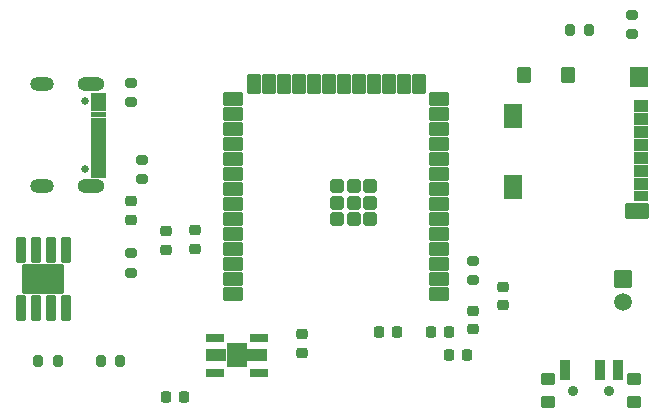
<source format=gbr>
%TF.GenerationSoftware,KiCad,Pcbnew,9.0.6*%
%TF.CreationDate,2025-12-13T17:25:46+11:00*%
%TF.ProjectId,esp32,65737033-322e-46b6-9963-61645f706362,rev?*%
%TF.SameCoordinates,Original*%
%TF.FileFunction,Soldermask,Top*%
%TF.FilePolarity,Negative*%
%FSLAX46Y46*%
G04 Gerber Fmt 4.6, Leading zero omitted, Abs format (unit mm)*
G04 Created by KiCad (PCBNEW 9.0.6) date 2025-12-13 17:25:46*
%MOMM*%
%LPD*%
G01*
G04 APERTURE LIST*
G04 Aperture macros list*
%AMRoundRect*
0 Rectangle with rounded corners*
0 $1 Rounding radius*
0 $2 $3 $4 $5 $6 $7 $8 $9 X,Y pos of 4 corners*
0 Add a 4 corners polygon primitive as box body*
4,1,4,$2,$3,$4,$5,$6,$7,$8,$9,$2,$3,0*
0 Add four circle primitives for the rounded corners*
1,1,$1+$1,$2,$3*
1,1,$1+$1,$4,$5*
1,1,$1+$1,$6,$7*
1,1,$1+$1,$8,$9*
0 Add four rect primitives between the rounded corners*
20,1,$1+$1,$2,$3,$4,$5,0*
20,1,$1+$1,$4,$5,$6,$7,0*
20,1,$1+$1,$6,$7,$8,$9,0*
20,1,$1+$1,$8,$9,$2,$3,0*%
G04 Aperture macros list end*
%ADD10C,0.010000*%
%ADD11RoundRect,0.102000X-0.654000X0.654000X-0.654000X-0.654000X0.654000X-0.654000X0.654000X0.654000X0*%
%ADD12C,1.512000*%
%ADD13RoundRect,0.200000X-0.200000X-0.275000X0.200000X-0.275000X0.200000X0.275000X-0.200000X0.275000X0*%
%ADD14RoundRect,0.200000X-0.275000X0.200000X-0.275000X-0.200000X0.275000X-0.200000X0.275000X0.200000X0*%
%ADD15RoundRect,0.200000X0.275000X-0.200000X0.275000X0.200000X-0.275000X0.200000X-0.275000X-0.200000X0*%
%ADD16RoundRect,0.225000X-0.225000X-0.250000X0.225000X-0.250000X0.225000X0.250000X-0.225000X0.250000X0*%
%ADD17RoundRect,0.100500X0.301500X-0.986500X0.301500X0.986500X-0.301500X0.986500X-0.301500X-0.986500X0*%
%ADD18RoundRect,0.102000X1.651000X-1.206500X1.651000X1.206500X-1.651000X1.206500X-1.651000X-1.206500X0*%
%ADD19RoundRect,0.200000X0.200000X0.275000X-0.200000X0.275000X-0.200000X-0.275000X0.200000X-0.275000X0*%
%ADD20RoundRect,0.218750X0.256250X-0.218750X0.256250X0.218750X-0.256250X0.218750X-0.256250X-0.218750X0*%
%ADD21C,0.900000*%
%ADD22RoundRect,0.102000X-0.350000X-0.750000X0.350000X-0.750000X0.350000X0.750000X-0.350000X0.750000X0*%
%ADD23RoundRect,0.102000X-0.500000X-0.400000X0.500000X-0.400000X0.500000X0.400000X-0.500000X0.400000X0*%
%ADD24RoundRect,0.102000X0.750000X0.450000X-0.750000X0.450000X-0.750000X-0.450000X0.750000X-0.450000X0*%
%ADD25RoundRect,0.102000X0.450000X0.750000X-0.450000X0.750000X-0.450000X-0.750000X0.450000X-0.750000X0*%
%ADD26RoundRect,0.102000X0.450000X0.450000X-0.450000X0.450000X-0.450000X-0.450000X0.450000X-0.450000X0*%
%ADD27RoundRect,0.076200X0.550000X-0.425000X0.550000X0.425000X-0.550000X0.425000X-0.550000X-0.425000X0*%
%ADD28RoundRect,0.076200X0.550000X-0.375000X0.550000X0.375000X-0.550000X0.375000X-0.550000X-0.375000X0*%
%ADD29RoundRect,0.076200X0.500000X-0.600000X0.500000X0.600000X-0.500000X0.600000X-0.500000X-0.600000X0*%
%ADD30RoundRect,0.076200X0.675000X-0.775000X0.675000X0.775000X-0.675000X0.775000X-0.675000X-0.775000X0*%
%ADD31RoundRect,0.076200X0.900000X-0.585000X0.900000X0.585000X-0.900000X0.585000X-0.900000X-0.585000X0*%
%ADD32RoundRect,0.076200X0.675000X-0.950000X0.675000X0.950000X-0.675000X0.950000X-0.675000X-0.950000X0*%
%ADD33RoundRect,0.225000X0.250000X-0.225000X0.250000X0.225000X-0.250000X0.225000X-0.250000X-0.225000X0*%
%ADD34C,0.650000*%
%ADD35O,2.304000X1.204000*%
%ADD36O,2.004000X1.204000*%
%ADD37R,1.500000X0.700000*%
%ADD38R,1.750000X1.000000*%
%ADD39R,1.700000X2.000000*%
%ADD40RoundRect,0.225000X-0.250000X0.225000X-0.250000X-0.225000X0.250000X-0.225000X0.250000X0.225000X0*%
G04 APERTURE END LIST*
D10*
%TO.C,J1*%
X80880000Y-33472500D02*
X79630000Y-33472500D01*
X79630000Y-32772500D01*
X80880000Y-32772500D01*
X80880000Y-33472500D01*
G36*
X80880000Y-33472500D02*
G01*
X79630000Y-33472500D01*
X79630000Y-32772500D01*
X80880000Y-32772500D01*
X80880000Y-33472500D01*
G37*
X80880000Y-34272500D02*
X79630000Y-34272500D01*
X79630000Y-33572500D01*
X80880000Y-33572500D01*
X80880000Y-34272500D01*
G36*
X80880000Y-34272500D02*
G01*
X79630000Y-34272500D01*
X79630000Y-33572500D01*
X80880000Y-33572500D01*
X80880000Y-34272500D01*
G37*
X80880000Y-34772500D02*
X79630000Y-34772500D01*
X79630000Y-34372500D01*
X80880000Y-34372500D01*
X80880000Y-34772500D01*
G36*
X80880000Y-34772500D02*
G01*
X79630000Y-34772500D01*
X79630000Y-34372500D01*
X80880000Y-34372500D01*
X80880000Y-34772500D01*
G37*
X80880000Y-35272500D02*
X79630000Y-35272500D01*
X79630000Y-34872500D01*
X80880000Y-34872500D01*
X80880000Y-35272500D01*
G36*
X80880000Y-35272500D02*
G01*
X79630000Y-35272500D01*
X79630000Y-34872500D01*
X80880000Y-34872500D01*
X80880000Y-35272500D01*
G37*
X80880000Y-35772500D02*
X79630000Y-35772500D01*
X79630000Y-35372500D01*
X80880000Y-35372500D01*
X80880000Y-35772500D01*
G36*
X80880000Y-35772500D02*
G01*
X79630000Y-35772500D01*
X79630000Y-35372500D01*
X80880000Y-35372500D01*
X80880000Y-35772500D01*
G37*
X80880000Y-36272500D02*
X79630000Y-36272500D01*
X79630000Y-35872500D01*
X80880000Y-35872500D01*
X80880000Y-36272500D01*
G36*
X80880000Y-36272500D02*
G01*
X79630000Y-36272500D01*
X79630000Y-35872500D01*
X80880000Y-35872500D01*
X80880000Y-36272500D01*
G37*
X80880000Y-36772500D02*
X79630000Y-36772500D01*
X79630000Y-36372500D01*
X80880000Y-36372500D01*
X80880000Y-36772500D01*
G36*
X80880000Y-36772500D02*
G01*
X79630000Y-36772500D01*
X79630000Y-36372500D01*
X80880000Y-36372500D01*
X80880000Y-36772500D01*
G37*
X80880000Y-37272500D02*
X79630000Y-37272500D01*
X79630000Y-36872500D01*
X80880000Y-36872500D01*
X80880000Y-37272500D01*
G36*
X80880000Y-37272500D02*
G01*
X79630000Y-37272500D01*
X79630000Y-36872500D01*
X80880000Y-36872500D01*
X80880000Y-37272500D01*
G37*
X80880000Y-37772500D02*
X79630000Y-37772500D01*
X79630000Y-37372500D01*
X80880000Y-37372500D01*
X80880000Y-37772500D01*
G36*
X80880000Y-37772500D02*
G01*
X79630000Y-37772500D01*
X79630000Y-37372500D01*
X80880000Y-37372500D01*
X80880000Y-37772500D01*
G37*
X80880000Y-38272500D02*
X79630000Y-38272500D01*
X79630000Y-37872500D01*
X80880000Y-37872500D01*
X80880000Y-38272500D01*
G36*
X80880000Y-38272500D02*
G01*
X79630000Y-38272500D01*
X79630000Y-37872500D01*
X80880000Y-37872500D01*
X80880000Y-38272500D01*
G37*
X80880000Y-39072500D02*
X79630000Y-39072500D01*
X79630000Y-38372500D01*
X80880000Y-38372500D01*
X80880000Y-39072500D01*
G36*
X80880000Y-39072500D02*
G01*
X79630000Y-39072500D01*
X79630000Y-38372500D01*
X80880000Y-38372500D01*
X80880000Y-39072500D01*
G37*
X80880000Y-39872500D02*
X79630000Y-39872500D01*
X79630000Y-39172500D01*
X80880000Y-39172500D01*
X80880000Y-39872500D01*
G36*
X80880000Y-39872500D02*
G01*
X79630000Y-39872500D01*
X79630000Y-39172500D01*
X80880000Y-39172500D01*
X80880000Y-39872500D01*
G37*
%TD*%
D11*
%TO.C,J2*%
X124712500Y-48500000D03*
D12*
X124712500Y-50500000D03*
%TD*%
D13*
%TO.C,R5*%
X80500000Y-55500000D03*
X82150000Y-55500000D03*
%TD*%
D14*
%TO.C,R2*%
X83000000Y-31925000D03*
X83000000Y-33575000D03*
%TD*%
D15*
%TO.C,R7*%
X125500000Y-27825000D03*
X125500000Y-26175000D03*
%TD*%
D16*
%TO.C,C5*%
X108450000Y-53000000D03*
X110000000Y-53000000D03*
%TD*%
D15*
%TO.C,R6*%
X112000000Y-48650000D03*
X112000000Y-47000000D03*
%TD*%
D17*
%TO.C,U1*%
X73690000Y-51000000D03*
X74960000Y-51000000D03*
X76230000Y-51000000D03*
X77500000Y-51000000D03*
X77500000Y-46050000D03*
X76230000Y-46050000D03*
X74960000Y-46050000D03*
X73690000Y-46050000D03*
D18*
X75595000Y-48525000D03*
%TD*%
D16*
%TO.C,C6*%
X109950000Y-55000000D03*
X111500000Y-55000000D03*
%TD*%
D14*
%TO.C,R1*%
X84000000Y-38425000D03*
X84000000Y-40075000D03*
%TD*%
D19*
%TO.C,R3*%
X76825000Y-55500000D03*
X75175000Y-55500000D03*
%TD*%
D20*
%TO.C,D2*%
X88500000Y-46000000D03*
X88500000Y-44425000D03*
%TD*%
%TO.C,D1*%
X86000000Y-46075000D03*
X86000000Y-44500000D03*
%TD*%
D21*
%TO.C,SW1*%
X120500000Y-58000000D03*
X123500000Y-58000000D03*
D22*
X119750000Y-56250000D03*
X122750000Y-56250000D03*
X124250000Y-56250000D03*
D23*
X118350000Y-57035000D03*
X118350000Y-58965000D03*
X125650000Y-58965000D03*
X125650000Y-57035000D03*
%TD*%
D24*
%TO.C,U3*%
X109150000Y-49820000D03*
X109150000Y-48550000D03*
X109150000Y-47280000D03*
X109150000Y-46010000D03*
X109150000Y-44740000D03*
X109150000Y-43470000D03*
X109150000Y-42200000D03*
X109150000Y-40930000D03*
X109150000Y-39660000D03*
X109150000Y-38390000D03*
X109150000Y-37120000D03*
X109150000Y-35850000D03*
X109150000Y-34580000D03*
X109150000Y-33310000D03*
D25*
X107385000Y-32060000D03*
X106115000Y-32060000D03*
X104845000Y-32060000D03*
X103575000Y-32060000D03*
X102305000Y-32060000D03*
X101035000Y-32060000D03*
X99765000Y-32060000D03*
X98495000Y-32060000D03*
X97225000Y-32060000D03*
X95955000Y-32060000D03*
X94685000Y-32060000D03*
X93415000Y-32060000D03*
D24*
X91650000Y-33310000D03*
X91650000Y-34580000D03*
X91650000Y-35850000D03*
X91650000Y-37120000D03*
X91650000Y-38390000D03*
X91650000Y-39660000D03*
X91650000Y-40930000D03*
X91650000Y-42200000D03*
X91650000Y-43470000D03*
X91650000Y-44740000D03*
X91650000Y-46010000D03*
X91650000Y-47280000D03*
X91650000Y-48550000D03*
X91650000Y-49820000D03*
D26*
X103300000Y-43500000D03*
X101900000Y-43500000D03*
X100500000Y-43500000D03*
X103300000Y-42100000D03*
X101900000Y-42100000D03*
X100500000Y-42100000D03*
X103300000Y-40700000D03*
X101900000Y-40700000D03*
X100500000Y-40700000D03*
%TD*%
D27*
%TO.C,J3*%
X126200000Y-33895000D03*
X126200000Y-34995000D03*
X126200000Y-36095000D03*
X126200000Y-37195000D03*
X126200000Y-38295000D03*
X126200000Y-39395000D03*
X126200000Y-40495000D03*
D28*
X126200000Y-41545000D03*
D29*
X120050000Y-31260000D03*
X116350000Y-31260000D03*
D30*
X126075000Y-31435000D03*
D31*
X125850000Y-42755000D03*
D32*
X115375000Y-40730000D03*
X115375000Y-34760000D03*
%TD*%
D33*
%TO.C,C7*%
X114500000Y-50775000D03*
X114500000Y-49225000D03*
%TD*%
D16*
%TO.C,C3*%
X104000000Y-53000000D03*
X105550000Y-53000000D03*
%TD*%
D34*
%TO.C,J1*%
X79180000Y-33432500D03*
X79180000Y-39212500D03*
D35*
X79680000Y-32002500D03*
X79680000Y-40642500D03*
D36*
X75500000Y-32002500D03*
X75500000Y-40642500D03*
%TD*%
D37*
%TO.C,U2*%
X93850000Y-56500000D03*
D38*
X93725000Y-55000000D03*
D37*
X93850000Y-53500000D03*
X90150000Y-53500000D03*
X90150000Y-56500000D03*
D38*
X90275000Y-55000000D03*
D39*
X92000000Y-55000000D03*
%TD*%
D33*
%TO.C,C4*%
X97500000Y-54775000D03*
X97500000Y-53225000D03*
%TD*%
D40*
%TO.C,C8*%
X112000000Y-51225000D03*
X112000000Y-52775000D03*
%TD*%
D33*
%TO.C,C1*%
X83000000Y-43525000D03*
X83000000Y-41975000D03*
%TD*%
D16*
%TO.C,C2*%
X86000000Y-58500000D03*
X87550000Y-58500000D03*
%TD*%
D19*
%TO.C,R8*%
X121825000Y-27500000D03*
X120175000Y-27500000D03*
%TD*%
D14*
%TO.C,R4*%
X83000000Y-46350000D03*
X83000000Y-48000000D03*
%TD*%
M02*

</source>
